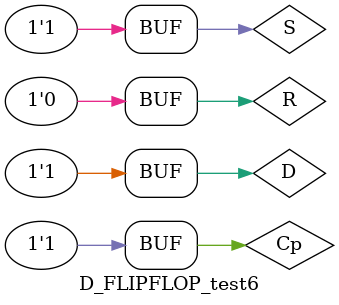
<source format=v>
`timescale 1ns / 1ps
module D_FLIPFLOP_test6 ();
  reg D, Cp,S,R;
  wire Q, Q_N;
  D_FLIPFLOP test6 (
      D,
      Cp,
      S,
      R,
      Q,
      Q_N
  );
  initial begin
    S=0;R=0;
    D = 0;
    #150;
    D = 1;
    #150;
    S=0;R=1;
    #150
    S=1;R=0;
  end

  always begin
    Cp = 0;
    #50;
    Cp = 1;
    #50;
  end

endmodule

</source>
